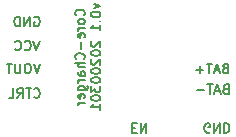
<source format=gbo>
G04 #@! TF.GenerationSoftware,KiCad,Pcbnew,(5.1.4)-1*
G04 #@! TF.CreationDate,2020-03-01T13:43:41+08:00*
G04 #@! TF.ProjectId,Core-Charger,436f7265-2d43-4686-9172-6765722e6b69,rev?*
G04 #@! TF.SameCoordinates,Original*
G04 #@! TF.FileFunction,Legend,Bot*
G04 #@! TF.FilePolarity,Positive*
%FSLAX46Y46*%
G04 Gerber Fmt 4.6, Leading zero omitted, Abs format (unit mm)*
G04 Created by KiCad (PCBNEW (5.1.4)-1) date 2020-03-01 13:43:41*
%MOMM*%
%LPD*%
G04 APERTURE LIST*
%ADD10C,0.150000*%
G04 APERTURE END LIST*
D10*
X145340476Y-96990000D02*
X145264285Y-97028095D01*
X145150000Y-97028095D01*
X145035714Y-96990000D01*
X144959523Y-96913809D01*
X144921428Y-96837619D01*
X144883333Y-96685238D01*
X144883333Y-96570952D01*
X144921428Y-96418571D01*
X144959523Y-96342380D01*
X145035714Y-96266190D01*
X145150000Y-96228095D01*
X145226190Y-96228095D01*
X145340476Y-96266190D01*
X145378571Y-96304285D01*
X145378571Y-96570952D01*
X145226190Y-96570952D01*
X145721428Y-96228095D02*
X145721428Y-97028095D01*
X146178571Y-96228095D01*
X146178571Y-97028095D01*
X146559523Y-96228095D02*
X146559523Y-97028095D01*
X146750000Y-97028095D01*
X146864285Y-96990000D01*
X146940476Y-96913809D01*
X146978571Y-96837619D01*
X147016666Y-96685238D01*
X147016666Y-96570952D01*
X146978571Y-96418571D01*
X146940476Y-96342380D01*
X146864285Y-96266190D01*
X146750000Y-96228095D01*
X146559523Y-96228095D01*
X138789523Y-96647142D02*
X139056190Y-96647142D01*
X139170476Y-96228095D02*
X138789523Y-96228095D01*
X138789523Y-97028095D01*
X139170476Y-97028095D01*
X139513333Y-96228095D02*
X139513333Y-97028095D01*
X139970476Y-96228095D01*
X139970476Y-97028095D01*
X146685714Y-93312857D02*
X146571428Y-93350952D01*
X146533333Y-93389047D01*
X146495238Y-93465238D01*
X146495238Y-93579523D01*
X146533333Y-93655714D01*
X146571428Y-93693809D01*
X146647619Y-93731904D01*
X146952380Y-93731904D01*
X146952380Y-92931904D01*
X146685714Y-92931904D01*
X146609523Y-92970000D01*
X146571428Y-93008095D01*
X146533333Y-93084285D01*
X146533333Y-93160476D01*
X146571428Y-93236666D01*
X146609523Y-93274761D01*
X146685714Y-93312857D01*
X146952380Y-93312857D01*
X146190476Y-93503333D02*
X145809523Y-93503333D01*
X146266666Y-93731904D02*
X146000000Y-92931904D01*
X145733333Y-93731904D01*
X145580952Y-92931904D02*
X145123809Y-92931904D01*
X145352380Y-93731904D02*
X145352380Y-92931904D01*
X144857142Y-93427142D02*
X144247619Y-93427142D01*
X146635714Y-91552857D02*
X146521428Y-91590952D01*
X146483333Y-91629047D01*
X146445238Y-91705238D01*
X146445238Y-91819523D01*
X146483333Y-91895714D01*
X146521428Y-91933809D01*
X146597619Y-91971904D01*
X146902380Y-91971904D01*
X146902380Y-91171904D01*
X146635714Y-91171904D01*
X146559523Y-91210000D01*
X146521428Y-91248095D01*
X146483333Y-91324285D01*
X146483333Y-91400476D01*
X146521428Y-91476666D01*
X146559523Y-91514761D01*
X146635714Y-91552857D01*
X146902380Y-91552857D01*
X146140476Y-91743333D02*
X145759523Y-91743333D01*
X146216666Y-91971904D02*
X145950000Y-91171904D01*
X145683333Y-91971904D01*
X145530952Y-91171904D02*
X145073809Y-91171904D01*
X145302380Y-91971904D02*
X145302380Y-91171904D01*
X144807142Y-91667142D02*
X144197619Y-91667142D01*
X144502380Y-91971904D02*
X144502380Y-91362380D01*
X130470952Y-93995714D02*
X130509047Y-94033809D01*
X130623333Y-94071904D01*
X130699523Y-94071904D01*
X130813809Y-94033809D01*
X130890000Y-93957619D01*
X130928095Y-93881428D01*
X130966190Y-93729047D01*
X130966190Y-93614761D01*
X130928095Y-93462380D01*
X130890000Y-93386190D01*
X130813809Y-93310000D01*
X130699523Y-93271904D01*
X130623333Y-93271904D01*
X130509047Y-93310000D01*
X130470952Y-93348095D01*
X130242380Y-93271904D02*
X129785238Y-93271904D01*
X130013809Y-94071904D02*
X130013809Y-93271904D01*
X129061428Y-94071904D02*
X129328095Y-93690952D01*
X129518571Y-94071904D02*
X129518571Y-93271904D01*
X129213809Y-93271904D01*
X129137619Y-93310000D01*
X129099523Y-93348095D01*
X129061428Y-93424285D01*
X129061428Y-93538571D01*
X129099523Y-93614761D01*
X129137619Y-93652857D01*
X129213809Y-93690952D01*
X129518571Y-93690952D01*
X128337619Y-94071904D02*
X128718571Y-94071904D01*
X128718571Y-93271904D01*
X130959523Y-91191904D02*
X130692857Y-91991904D01*
X130426190Y-91191904D01*
X130007142Y-91191904D02*
X129854761Y-91191904D01*
X129778571Y-91230000D01*
X129702380Y-91306190D01*
X129664285Y-91458571D01*
X129664285Y-91725238D01*
X129702380Y-91877619D01*
X129778571Y-91953809D01*
X129854761Y-91991904D01*
X130007142Y-91991904D01*
X130083333Y-91953809D01*
X130159523Y-91877619D01*
X130197619Y-91725238D01*
X130197619Y-91458571D01*
X130159523Y-91306190D01*
X130083333Y-91230000D01*
X130007142Y-91191904D01*
X129321428Y-91191904D02*
X129321428Y-91839523D01*
X129283333Y-91915714D01*
X129245238Y-91953809D01*
X129169047Y-91991904D01*
X129016666Y-91991904D01*
X128940476Y-91953809D01*
X128902380Y-91915714D01*
X128864285Y-91839523D01*
X128864285Y-91191904D01*
X128597619Y-91191904D02*
X128140476Y-91191904D01*
X128369047Y-91991904D02*
X128369047Y-91191904D01*
X130936666Y-89221904D02*
X130670000Y-90021904D01*
X130403333Y-89221904D01*
X129679523Y-89945714D02*
X129717619Y-89983809D01*
X129831904Y-90021904D01*
X129908095Y-90021904D01*
X130022380Y-89983809D01*
X130098571Y-89907619D01*
X130136666Y-89831428D01*
X130174761Y-89679047D01*
X130174761Y-89564761D01*
X130136666Y-89412380D01*
X130098571Y-89336190D01*
X130022380Y-89260000D01*
X129908095Y-89221904D01*
X129831904Y-89221904D01*
X129717619Y-89260000D01*
X129679523Y-89298095D01*
X128879523Y-89945714D02*
X128917619Y-89983809D01*
X129031904Y-90021904D01*
X129108095Y-90021904D01*
X129222380Y-89983809D01*
X129298571Y-89907619D01*
X129336666Y-89831428D01*
X129374761Y-89679047D01*
X129374761Y-89564761D01*
X129336666Y-89412380D01*
X129298571Y-89336190D01*
X129222380Y-89260000D01*
X129108095Y-89221904D01*
X129031904Y-89221904D01*
X128917619Y-89260000D01*
X128879523Y-89298095D01*
X130479523Y-87260000D02*
X130555714Y-87221904D01*
X130670000Y-87221904D01*
X130784285Y-87260000D01*
X130860476Y-87336190D01*
X130898571Y-87412380D01*
X130936666Y-87564761D01*
X130936666Y-87679047D01*
X130898571Y-87831428D01*
X130860476Y-87907619D01*
X130784285Y-87983809D01*
X130670000Y-88021904D01*
X130593809Y-88021904D01*
X130479523Y-87983809D01*
X130441428Y-87945714D01*
X130441428Y-87679047D01*
X130593809Y-87679047D01*
X130098571Y-88021904D02*
X130098571Y-87221904D01*
X129641428Y-88021904D01*
X129641428Y-87221904D01*
X129260476Y-88021904D02*
X129260476Y-87221904D01*
X129070000Y-87221904D01*
X128955714Y-87260000D01*
X128879523Y-87336190D01*
X128841428Y-87412380D01*
X128803333Y-87564761D01*
X128803333Y-87679047D01*
X128841428Y-87831428D01*
X128879523Y-87907619D01*
X128955714Y-87983809D01*
X129070000Y-88021904D01*
X129260476Y-88021904D01*
X134670714Y-87086190D02*
X134708809Y-87048095D01*
X134746904Y-86933809D01*
X134746904Y-86857619D01*
X134708809Y-86743333D01*
X134632619Y-86667142D01*
X134556428Y-86629047D01*
X134404047Y-86590952D01*
X134289761Y-86590952D01*
X134137380Y-86629047D01*
X134061190Y-86667142D01*
X133985000Y-86743333D01*
X133946904Y-86857619D01*
X133946904Y-86933809D01*
X133985000Y-87048095D01*
X134023095Y-87086190D01*
X134746904Y-87543333D02*
X134708809Y-87467142D01*
X134670714Y-87429047D01*
X134594523Y-87390952D01*
X134365952Y-87390952D01*
X134289761Y-87429047D01*
X134251666Y-87467142D01*
X134213571Y-87543333D01*
X134213571Y-87657619D01*
X134251666Y-87733809D01*
X134289761Y-87771904D01*
X134365952Y-87810000D01*
X134594523Y-87810000D01*
X134670714Y-87771904D01*
X134708809Y-87733809D01*
X134746904Y-87657619D01*
X134746904Y-87543333D01*
X134746904Y-88152857D02*
X134213571Y-88152857D01*
X134365952Y-88152857D02*
X134289761Y-88190952D01*
X134251666Y-88229047D01*
X134213571Y-88305238D01*
X134213571Y-88381428D01*
X134708809Y-88952857D02*
X134746904Y-88876666D01*
X134746904Y-88724285D01*
X134708809Y-88648095D01*
X134632619Y-88610000D01*
X134327857Y-88610000D01*
X134251666Y-88648095D01*
X134213571Y-88724285D01*
X134213571Y-88876666D01*
X134251666Y-88952857D01*
X134327857Y-88990952D01*
X134404047Y-88990952D01*
X134480238Y-88610000D01*
X134442142Y-89333809D02*
X134442142Y-89943333D01*
X134670714Y-90781428D02*
X134708809Y-90743333D01*
X134746904Y-90629047D01*
X134746904Y-90552857D01*
X134708809Y-90438571D01*
X134632619Y-90362380D01*
X134556428Y-90324285D01*
X134404047Y-90286190D01*
X134289761Y-90286190D01*
X134137380Y-90324285D01*
X134061190Y-90362380D01*
X133985000Y-90438571D01*
X133946904Y-90552857D01*
X133946904Y-90629047D01*
X133985000Y-90743333D01*
X134023095Y-90781428D01*
X134746904Y-91124285D02*
X133946904Y-91124285D01*
X134746904Y-91467142D02*
X134327857Y-91467142D01*
X134251666Y-91429047D01*
X134213571Y-91352857D01*
X134213571Y-91238571D01*
X134251666Y-91162380D01*
X134289761Y-91124285D01*
X134746904Y-92190952D02*
X134327857Y-92190952D01*
X134251666Y-92152857D01*
X134213571Y-92076666D01*
X134213571Y-91924285D01*
X134251666Y-91848095D01*
X134708809Y-92190952D02*
X134746904Y-92114761D01*
X134746904Y-91924285D01*
X134708809Y-91848095D01*
X134632619Y-91810000D01*
X134556428Y-91810000D01*
X134480238Y-91848095D01*
X134442142Y-91924285D01*
X134442142Y-92114761D01*
X134404047Y-92190952D01*
X134746904Y-92571904D02*
X134213571Y-92571904D01*
X134365952Y-92571904D02*
X134289761Y-92610000D01*
X134251666Y-92648095D01*
X134213571Y-92724285D01*
X134213571Y-92800476D01*
X134213571Y-93410000D02*
X134861190Y-93410000D01*
X134937380Y-93371904D01*
X134975476Y-93333809D01*
X135013571Y-93257619D01*
X135013571Y-93143333D01*
X134975476Y-93067142D01*
X134708809Y-93410000D02*
X134746904Y-93333809D01*
X134746904Y-93181428D01*
X134708809Y-93105238D01*
X134670714Y-93067142D01*
X134594523Y-93029047D01*
X134365952Y-93029047D01*
X134289761Y-93067142D01*
X134251666Y-93105238D01*
X134213571Y-93181428D01*
X134213571Y-93333809D01*
X134251666Y-93410000D01*
X134708809Y-94095714D02*
X134746904Y-94019523D01*
X134746904Y-93867142D01*
X134708809Y-93790952D01*
X134632619Y-93752857D01*
X134327857Y-93752857D01*
X134251666Y-93790952D01*
X134213571Y-93867142D01*
X134213571Y-94019523D01*
X134251666Y-94095714D01*
X134327857Y-94133809D01*
X134404047Y-94133809D01*
X134480238Y-93752857D01*
X134746904Y-94476666D02*
X134213571Y-94476666D01*
X134365952Y-94476666D02*
X134289761Y-94514761D01*
X134251666Y-94552857D01*
X134213571Y-94629047D01*
X134213571Y-94705238D01*
X135563571Y-86114761D02*
X136096904Y-86305238D01*
X135563571Y-86495714D01*
X135296904Y-86952857D02*
X135296904Y-87029047D01*
X135335000Y-87105238D01*
X135373095Y-87143333D01*
X135449285Y-87181428D01*
X135601666Y-87219523D01*
X135792142Y-87219523D01*
X135944523Y-87181428D01*
X136020714Y-87143333D01*
X136058809Y-87105238D01*
X136096904Y-87029047D01*
X136096904Y-86952857D01*
X136058809Y-86876666D01*
X136020714Y-86838571D01*
X135944523Y-86800476D01*
X135792142Y-86762380D01*
X135601666Y-86762380D01*
X135449285Y-86800476D01*
X135373095Y-86838571D01*
X135335000Y-86876666D01*
X135296904Y-86952857D01*
X136020714Y-87562380D02*
X136058809Y-87600476D01*
X136096904Y-87562380D01*
X136058809Y-87524285D01*
X136020714Y-87562380D01*
X136096904Y-87562380D01*
X136096904Y-88362380D02*
X136096904Y-87905238D01*
X136096904Y-88133809D02*
X135296904Y-88133809D01*
X135411190Y-88057619D01*
X135487380Y-87981428D01*
X135525476Y-87905238D01*
X135373095Y-89276666D02*
X135335000Y-89314761D01*
X135296904Y-89390952D01*
X135296904Y-89581428D01*
X135335000Y-89657619D01*
X135373095Y-89695714D01*
X135449285Y-89733809D01*
X135525476Y-89733809D01*
X135639761Y-89695714D01*
X136096904Y-89238571D01*
X136096904Y-89733809D01*
X135296904Y-90229047D02*
X135296904Y-90305238D01*
X135335000Y-90381428D01*
X135373095Y-90419523D01*
X135449285Y-90457619D01*
X135601666Y-90495714D01*
X135792142Y-90495714D01*
X135944523Y-90457619D01*
X136020714Y-90419523D01*
X136058809Y-90381428D01*
X136096904Y-90305238D01*
X136096904Y-90229047D01*
X136058809Y-90152857D01*
X136020714Y-90114761D01*
X135944523Y-90076666D01*
X135792142Y-90038571D01*
X135601666Y-90038571D01*
X135449285Y-90076666D01*
X135373095Y-90114761D01*
X135335000Y-90152857D01*
X135296904Y-90229047D01*
X135373095Y-90800476D02*
X135335000Y-90838571D01*
X135296904Y-90914761D01*
X135296904Y-91105238D01*
X135335000Y-91181428D01*
X135373095Y-91219523D01*
X135449285Y-91257619D01*
X135525476Y-91257619D01*
X135639761Y-91219523D01*
X136096904Y-90762380D01*
X136096904Y-91257619D01*
X135296904Y-91752857D02*
X135296904Y-91829047D01*
X135335000Y-91905238D01*
X135373095Y-91943333D01*
X135449285Y-91981428D01*
X135601666Y-92019523D01*
X135792142Y-92019523D01*
X135944523Y-91981428D01*
X136020714Y-91943333D01*
X136058809Y-91905238D01*
X136096904Y-91829047D01*
X136096904Y-91752857D01*
X136058809Y-91676666D01*
X136020714Y-91638571D01*
X135944523Y-91600476D01*
X135792142Y-91562380D01*
X135601666Y-91562380D01*
X135449285Y-91600476D01*
X135373095Y-91638571D01*
X135335000Y-91676666D01*
X135296904Y-91752857D01*
X135296904Y-92514761D02*
X135296904Y-92590952D01*
X135335000Y-92667142D01*
X135373095Y-92705238D01*
X135449285Y-92743333D01*
X135601666Y-92781428D01*
X135792142Y-92781428D01*
X135944523Y-92743333D01*
X136020714Y-92705238D01*
X136058809Y-92667142D01*
X136096904Y-92590952D01*
X136096904Y-92514761D01*
X136058809Y-92438571D01*
X136020714Y-92400476D01*
X135944523Y-92362380D01*
X135792142Y-92324285D01*
X135601666Y-92324285D01*
X135449285Y-92362380D01*
X135373095Y-92400476D01*
X135335000Y-92438571D01*
X135296904Y-92514761D01*
X135296904Y-93048095D02*
X135296904Y-93543333D01*
X135601666Y-93276666D01*
X135601666Y-93390952D01*
X135639761Y-93467142D01*
X135677857Y-93505238D01*
X135754047Y-93543333D01*
X135944523Y-93543333D01*
X136020714Y-93505238D01*
X136058809Y-93467142D01*
X136096904Y-93390952D01*
X136096904Y-93162380D01*
X136058809Y-93086190D01*
X136020714Y-93048095D01*
X135296904Y-94038571D02*
X135296904Y-94114761D01*
X135335000Y-94190952D01*
X135373095Y-94229047D01*
X135449285Y-94267142D01*
X135601666Y-94305238D01*
X135792142Y-94305238D01*
X135944523Y-94267142D01*
X136020714Y-94229047D01*
X136058809Y-94190952D01*
X136096904Y-94114761D01*
X136096904Y-94038571D01*
X136058809Y-93962380D01*
X136020714Y-93924285D01*
X135944523Y-93886190D01*
X135792142Y-93848095D01*
X135601666Y-93848095D01*
X135449285Y-93886190D01*
X135373095Y-93924285D01*
X135335000Y-93962380D01*
X135296904Y-94038571D01*
X136096904Y-95067142D02*
X136096904Y-94610000D01*
X136096904Y-94838571D02*
X135296904Y-94838571D01*
X135411190Y-94762380D01*
X135487380Y-94686190D01*
X135525476Y-94610000D01*
M02*

</source>
